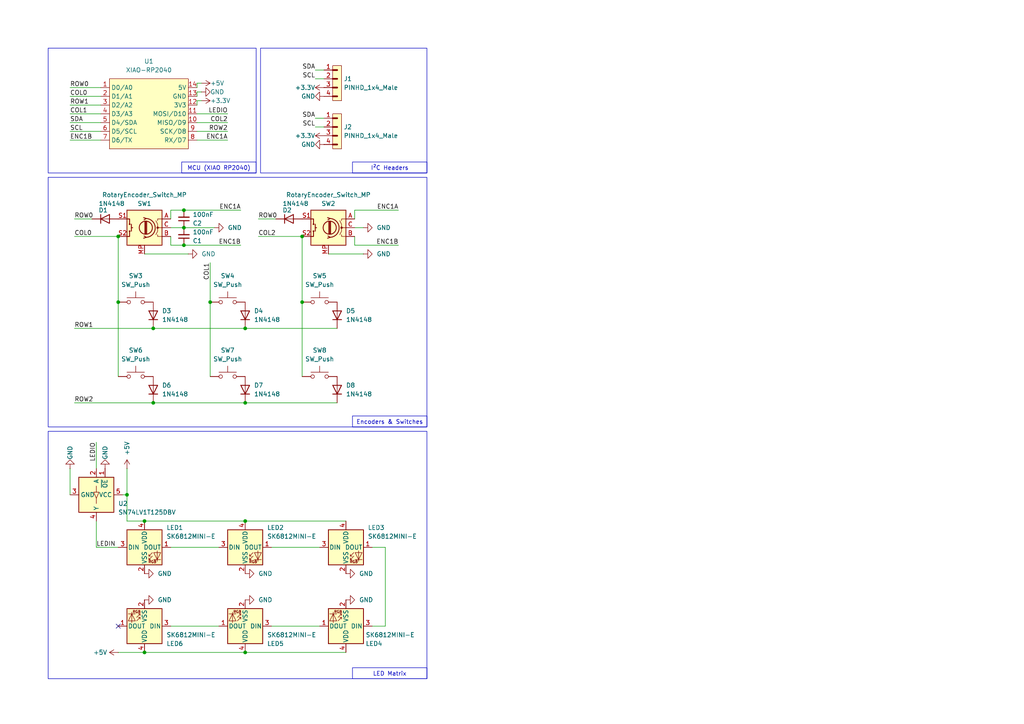
<source format=kicad_sch>
(kicad_sch (version 20250114) (generator "eeschema") (generator_version "9.0")
  (paper "A4")
  (title_block (title "LK7D") (date "2025-04-08") (rev "v1.01") (company "LambdaKB.dev") (comment 1 "https://lambdakb.dev/devices/lk7d"))
  (lib_symbols
    (symbol "Device:C_Small" (pin_numbers (hide yes)) (pin_names (offset 0.254) (hide yes))
      (property "Reference" "C" (at 0.254 1.778 0))
      (property "Value" "C_Small" (at 0.254 -2.032 0))
      (symbol "C_Small_0_1"
        (polyline (pts (xy -1.524 0.508) (xy 1.524 0.508)) (stroke (width 0.3048)))
        (polyline (pts (xy -1.524 -0.508) (xy 1.524 -0.508)) (stroke (width 0.3302)))
      )
      (symbol "C_Small_1_1"
        (pin passive line (at 0 2.54 270) (length 2.032) (name "~") (number "1"))
        (pin passive line (at 0 -2.54 90) (length 2.032) (name "~") (number "2"))
      )
    )
    (symbol "Device:RotaryEncoder_Switch_MP" (pin_names (offset 0.254) (hide yes))
      (property "Reference" "SW" (at 0 8.89 0))
      (property "Value" "RotaryEncoder_Switch_MP" (at 0 6.35 0))
      (symbol "RotaryEncoder_Switch_MP_0_1"
        (rectangle (start -5.08 5.08) (end 5.08 -5.08) (stroke (width 0.254)) (fill (type background)))
        (polyline (pts (xy -5.08 2.54) (xy -3.81 2.54) (xy -3.81 2.032)))
        (polyline (pts (xy -5.08 0) (xy -3.81 0) (xy -3.81 -1.016) (xy -3.302 -2.032)))
        (polyline (pts (xy -5.08 -2.54) (xy -3.81 -2.54) (xy -3.81 -2.032)))
        (polyline (pts (xy -4.318 0) (xy -3.81 0) (xy -3.81 1.016) (xy -3.302 2.032)))
        (circle (center -3.81 0) (radius 0.254) (fill (type outline)))
        (polyline (pts (xy -0.635 -1.778) (xy -0.635 1.778)) (stroke (width 0.254)))
        (circle (center -0.381 0) (radius 1.905) (stroke (width 0.254)))
        (polyline (pts (xy -0.381 -1.778) (xy -0.381 1.778)) (stroke (width 0.254)))
        (arc (start -0.381 -2.794) (mid -3.0988 -0.0635) (end -0.381 2.667) (stroke (width 0.254)))
        (polyline (pts (xy -0.127 1.778) (xy -0.127 -1.778)) (stroke (width 0.254)))
        (polyline (pts (xy 0.254 2.921) (xy -0.508 2.667) (xy 0.127 2.286)) (stroke (width 0.254)))
        (polyline (pts (xy 0.254 -3.048) (xy -0.508 -2.794) (xy 0.127 -2.413)) (stroke (width 0.254)))
        (polyline (pts (xy 3.81 1.016) (xy 3.81 -1.016)) (stroke (width 0.254)))
        (polyline (pts (xy 3.81 0) (xy 3.429 0)) (stroke (width 0.254)))
        (circle (center 4.318 1.016) (radius 0.127) (stroke (width 0.254)))
        (circle (center 4.318 -1.016) (radius 0.127) (stroke (width 0.254)))
        (polyline (pts (xy 5.08 2.54) (xy 4.318 2.54) (xy 4.318 1.016)) (stroke (width 0.254)))
        (polyline (pts (xy 5.08 -2.54) (xy 4.318 -2.54) (xy 4.318 -1.016)) (stroke (width 0.254)))
      )
      (symbol "RotaryEncoder_Switch_MP_1_1"
        (pin passive line (at -7.62 2.54 0) (length 2.54) (name "A") (number "A"))
        (pin passive line (at -7.62 0 0) (length 2.54) (name "C") (number "C"))
        (pin passive line (at -7.62 -2.54 0) (length 2.54) (name "B") (number "B"))
        (pin passive line (at 0 -7.62 90) (length 2.54) (name "MP") (number "MP"))
        (pin passive line (at 7.62 2.54 180) (length 2.54) (name "S1") (number "S1"))
        (pin passive line (at 7.62 -2.54 180) (length 2.54) (name "S2") (number "S2"))
      )
    )
    (symbol "Diode:1N4148" (pin_numbers (hide yes)) (pin_names (hide yes))
      (property "Reference" "D" (at 0 2.54 0))
      (property "Value" "1N4148" (at 0 -2.54 0))
      (symbol "1N4148_0_1"
        (polyline (pts (xy -1.27 1.27) (xy -1.27 -1.27)) (stroke (width 0.254)))
        (polyline (pts (xy 1.27 1.27) (xy 1.27 -1.27) (xy -1.27 0) (xy 1.27 1.27)) (stroke (width 0.254)))
        (polyline (pts (xy 1.27 0) (xy -1.27 0)))
      )
      (symbol "1N4148_1_1"
        (pin passive line (at -3.81 0 0) (length 2.54) (name "K") (number "1"))
        (pin passive line (at 3.81 0 180) (length 2.54) (name "A") (number "2"))
      )
    )
    (symbol "LED:SK6812MINI" (pin_names (offset 0.254))
      (property "Reference" "D" (at 5.08 5.715 0))
      (property "Value" "SK6812MINI" (at 1.27 -5.715 0))
      (symbol "SK6812MINI_0_0"
        (text "RGB" (at 2.286 -4.191 0) (effects (font (size 0.762 0.762))))
      )
      (symbol "SK6812MINI_0_1"
        (polyline (pts (xy 1.27 -2.54) (xy 1.778 -2.54)))
        (polyline (pts (xy 1.27 -3.556) (xy 1.778 -3.556)))
        (polyline (pts (xy 2.286 -1.524) (xy 1.27 -2.54) (xy 1.27 -2.032)))
        (polyline (pts (xy 2.286 -2.54) (xy 1.27 -3.556) (xy 1.27 -3.048)))
        (polyline (pts (xy 3.683 -1.016) (xy 3.683 -3.556) (xy 3.683 -4.064)))
        (polyline (pts (xy 4.699 -1.524) (xy 2.667 -1.524) (xy 3.683 -3.556) (xy 4.699 -1.524)))
        (polyline (pts (xy 4.699 -3.556) (xy 2.667 -3.556)))
        (rectangle (start 5.08 5.08) (end -5.08 -5.08) (stroke (width 0.254)) (fill (type background)))
      )
      (symbol "SK6812MINI_1_1"
        (pin input line (at -7.62 0 0) (length 2.54) (name "DIN") (number "3"))
        (pin power_in line (at 0 7.62 270) (length 2.54) (name "VDD") (number "4"))
        (pin power_in line (at 0 -7.62 90) (length 2.54) (name "VSS") (number "2"))
        (pin output line (at 7.62 0 180) (length 2.54) (name "DOUT") (number "1"))
      )
    )
    (symbol "LKBD_MCU:XIAO-RP2040"
      (property "Reference" "U" (at 0 12.446 0))
      (property "Value" "XIAO-RP2040" (at 0 -12.446 0))
      (symbol "XIAO-RP2040_0_1"
        (rectangle (start -11.43 10.16) (end 11.43 -10.16) (fill (type background)))
      )
      (symbol "XIAO-RP2040_1_1"
        (pin bidirectional line (at -13.97 7.62 0) (length 2.54) (name "D0/A0") (number "1"))
        (pin bidirectional line (at -13.97 5.08 0) (length 2.54) (name "D1/A1") (number "2"))
        (pin bidirectional line (at -13.97 2.54 0) (length 2.54) (name "D2/A2") (number "3"))
        (pin bidirectional line (at -13.97 0 0) (length 2.54) (name "D3/A3") (number "4"))
        (pin bidirectional line (at -13.97 -2.54 0) (length 2.54) (name "D4/SDA") (number "5"))
        (pin bidirectional line (at -13.97 -5.08 0) (length 2.54) (name "D5/SCL") (number "6"))
        (pin bidirectional line (at -13.97 -7.62 0) (length 2.54) (name "D6/TX") (number "7"))
        (pin power_in line (at 13.97 7.62 180) (length 2.54) (name "5V") (number "14"))
        (pin power_in line (at 13.97 5.08 180) (length 2.54) (name "GND") (number "13"))
        (pin power_in line (at 13.97 2.54 180) (length 2.54) (name "3V3") (number "12"))
        (pin bidirectional line (at 13.97 0 180) (length 2.54) (name "MOSI/D10") (number "11"))
        (pin bidirectional line (at 13.97 -2.54 180) (length 2.54) (name "MISO/D9") (number "10"))
        (pin bidirectional line (at 13.97 -5.08 180) (length 2.54) (name "SCK/D8") (number "9"))
        (pin bidirectional line (at 13.97 -7.62 180) (length 2.54) (name "RX/D7") (number "8"))
      )
    )
    (symbol "Logic_LevelTranslator:SN74LV1T125DBV"
      (property "Reference" "U" (at 5.08 6.35 0))
      (property "Value" "SN74LV1T125DBV" (at 5.08 3.81 0))
      (symbol "SN74LV1T125DBV_0_1"
        (rectangle (start -5.08 5.08) (end 5.08 -5.08) (stroke (width 0.254)) (fill (type background)))
        (polyline (pts (xy -0.762 0) (xy -2.54 0)))
        (polyline (pts (xy 1.016 0) (xy 2.54 0)))
      )
      (symbol "SN74LV1T125DBV_1_1"
        (polyline (pts (xy -0.762 -0.762) (xy -0.762 0.762) (xy 1.016 0) (xy -0.762 -0.762)))
        (pin input line (at -7.62 2.54 0) (length 2.54) (name "~{OE}") (number "1"))
        (pin input line (at -7.62 0 0) (length 2.54) (name "A") (number "2"))
        (pin power_in line (at 0 7.62 270) (length 2.54) (name "VCC") (number "5"))
        (pin power_in line (at 0 -7.62 90) (length 2.54) (name "GND") (number "3"))
        (pin output line (at 7.62 0 180) (length 2.54) (name "Y") (number "4"))
      )
    )
    (symbol "PCM_SL_Pin_Headers:PINHD_1x4_Male"
      (property "Reference" "J" (at 0 8.89 0))
      (property "Value" "PINHD_1x4_Male" (at 0 6.35 0))
      (symbol "PINHD_1x4_Male_0_1"
        (rectangle (start -1.27 5.08) (end 1.27 -5.08) (fill (type background)))
        (polyline (pts (xy -1.27 3.81) (xy 0 3.81)) (stroke (width 0.3)))
        (polyline (pts (xy -1.27 3.81) (xy 0 3.81)) (stroke (width 0.5)))
        (polyline (pts (xy -1.27 1.27) (xy 0 1.27)) (stroke (width 0.3)))
        (polyline (pts (xy -1.27 1.27) (xy 0 1.27)) (stroke (width 0.5)))
        (polyline (pts (xy -1.27 -1.27) (xy 0 -1.27)) (stroke (width 0.3)))
        (polyline (pts (xy -1.27 -1.27) (xy 0 -1.27)) (stroke (width 0.5)))
        (polyline (pts (xy -1.27 -3.81) (xy 0 -3.81)) (stroke (width 0.3)))
        (polyline (pts (xy -1.27 -3.81) (xy 0 -3.81)) (stroke (width 0.5)))
      )
      (symbol "PINHD_1x4_Male_1_1"
        (pin passive line (at -3.81 3.81 0) (length 2.54) (name "") (number "1"))
        (pin passive line (at -3.81 1.27 0) (length 2.54) (name "") (number "2"))
        (pin passive line (at -3.81 -1.27 0) (length 2.54) (name "") (number "3"))
        (pin passive line (at -3.81 -3.81 0) (length 2.54) (name "") (number "4"))
      )
    )
    (symbol "Switch:SW_Push" (pin_numbers (hide yes)) (pin_names (offset 1.016) (hide yes))
      (property "Reference" "SW" (at 1.27 2.54 0))
      (property "Value" "SW_Push" (at 0 -1.524 0))
      (symbol "SW_Push_0_1"
        (circle (center -2.032 0) (radius 0.508))
        (polyline (pts (xy 0 1.27) (xy 0 3.048)))
        (circle (center 2.032 0) (radius 0.508))
        (polyline (pts (xy 2.54 1.27) (xy -2.54 1.27)))
        (pin passive line (at -5.08 0 0) (length 2.54) (name "1") (number "1"))
        (pin passive line (at 5.08 0 180) (length 2.54) (name "2") (number "2"))
      )
    )
    (symbol "power:+3.3V" (power) (pin_numbers (hide yes)) (pin_names (offset 0) (hide yes))
      (property "Value" "+3.3V" (at 0 3.556 0))
      (symbol "+3.3V_0_1"
        (polyline (pts (xy -0.762 1.27) (xy 0 2.54)))
        (polyline (pts (xy 0 2.54) (xy 0.762 1.27)))
        (polyline (pts (xy 0 0) (xy 0 2.54)))
      )
      (symbol "+3.3V_1_1"
        (pin power_in line (at 0 0 90) (length 0) (name "~") (number "1"))
      )
    )
    (symbol "power:+5V" (power) (pin_numbers (hide yes)) (pin_names (offset 0) (hide yes))
      (property "Value" "+5V" (at 0 3.556 0))
      (symbol "+5V_0_1"
        (polyline (pts (xy -0.762 1.27) (xy 0 2.54)))
        (polyline (pts (xy 0 2.54) (xy 0.762 1.27)))
        (polyline (pts (xy 0 0) (xy 0 2.54)))
      )
      (symbol "+5V_1_1"
        (pin power_in line (at 0 0 90) (length 0) (name "~") (number "1"))
      )
    )
    (symbol "power:GND" (power) (pin_numbers (hide yes)) (pin_names (offset 0) (hide yes))
      (property "Value" "GND" (at 0 -3.81 0))
      (symbol "GND_0_1"
        (polyline (pts (xy 0 0) (xy 0 -1.27) (xy 1.27 -1.27) (xy 0 -2.54) (xy -1.27 -1.27) (xy 0 -1.27)))
      )
      (symbol "GND_1_1"
        (pin power_in line (at 0 0 270) (length 0) (name "~") (number "1"))
      )
    )
  )
  (rectangle (start 75.565 13.97) (end 123.825 50.165))
  (rectangle (start 13.97 125.095) (end 123.825 196.85))
  (rectangle (start 52.705 46.99) (end 74.295 50.165))
  (rectangle (start 13.97 51.435) (end 123.825 123.825))
  (rectangle (start 102.235 46.99) (end 123.825 50.165))
  (rectangle (start 102.235 120.65) (end 123.825 123.825))
  (rectangle (start 13.97 13.97) (end 74.295 50.165))
  (rectangle (start 102.235 193.675) (end 123.825 196.85))
  (text "LED Matrix" (at 113.03 195.58 0) (effects (font (size 1.2 1.2))))
  (text "MCU (XIAO RP2040)\n" (at 63.5 48.895 0) (effects (font (size 1.2 1.2))))
  (text "I²C Headers" (at 113.03 48.895 0) (effects (font (size 1.2 1.2))))
  (text "Encoders & Switches" (at 113.03 122.555 0) (effects (font (size 1.2 1.2))))
  (junction (at 87.63 87.63))
  (junction (at 71.12 151.13))
  (junction (at 53.34 71.12))
  (junction (at 34.29 87.63))
  (junction (at 60.96 87.63))
  (junction (at 87.63 68.58))
  (junction (at 41.91 189.23))
  (junction (at 71.12 95.25))
  (junction (at 41.91 151.13))
  (junction (at 53.34 60.96))
  (junction (at 53.34 66.04))
  (junction (at 44.45 116.84))
  (junction (at 71.12 116.84))
  (junction (at 36.83 143.51))
  (junction (at 44.45 95.25))
  (junction (at 34.29 68.58))
  (junction (at 71.12 189.23))
  (no_connect (at 34.29 181.61))
  (wire (pts (xy 20.32 30.48) (xy 29.21 30.48)))
  (wire (pts (xy 36.83 143.51) (xy 36.83 151.13)))
  (wire (pts (xy 66.04 35.56) (xy 57.15 35.56)))
  (wire (pts (xy 102.87 66.04) (xy 105.41 66.04)))
  (wire (pts (xy 58.42 26.67) (xy 57.15 26.67)))
  (wire (pts (xy 49.53 181.61) (xy 63.5 181.61)))
  (wire (pts (xy 49.53 66.04) (xy 53.34 66.04)))
  (wire (pts (xy 91.44 20.32) (xy 93.98 20.32)))
  (wire (pts (xy 49.53 63.5) (xy 49.53 60.96)))
  (wire (pts (xy 58.42 29.21) (xy 57.15 29.21)))
  (wire (pts (xy 36.83 135.89) (xy 36.83 143.51)))
  (wire (pts (xy 60.96 87.63) (xy 60.96 109.22)))
  (wire (pts (xy 102.87 71.12) (xy 115.57 71.12)))
  (wire (pts (xy 49.53 158.75) (xy 63.5 158.75)))
  (wire (pts (xy 57.15 24.13) (xy 57.15 25.4)))
  (wire (pts (xy 111.76 181.61) (xy 107.95 181.61)))
  (wire (pts (xy 20.32 135.89) (xy 20.32 143.51)))
  (wire (pts (xy 49.53 71.12) (xy 49.53 68.58)))
  (wire (pts (xy 53.34 71.12) (xy 69.85 71.12)))
  (wire (pts (xy 102.87 71.12) (xy 102.87 68.58)))
  (wire (pts (xy 91.44 36.83) (xy 93.98 36.83)))
  (wire (pts (xy 44.45 116.84) (xy 71.12 116.84)))
  (wire (pts (xy 53.34 66.04) (xy 62.23 66.04)))
  (wire (pts (xy 27.94 128.27) (xy 27.94 135.89)))
  (wire (pts (xy 20.32 40.64) (xy 29.21 40.64)))
  (wire (pts (xy 21.59 68.58) (xy 34.29 68.58)))
  (wire (pts (xy 87.63 87.63) (xy 87.63 109.22)))
  (wire (pts (xy 20.32 35.56) (xy 29.21 35.56)))
  (wire (pts (xy 91.44 34.29) (xy 93.98 34.29)))
  (wire (pts (xy 34.29 189.23) (xy 41.91 189.23)))
  (wire (pts (xy 71.12 116.84) (xy 97.79 116.84)))
  (wire (pts (xy 111.76 158.75) (xy 111.76 181.61)))
  (wire (pts (xy 71.12 189.23) (xy 100.33 189.23)))
  (wire (pts (xy 21.59 95.25) (xy 44.45 95.25)))
  (wire (pts (xy 58.42 24.13) (xy 57.15 24.13)))
  (wire (pts (xy 41.91 189.23) (xy 71.12 189.23)))
  (wire (pts (xy 87.63 68.58) (xy 87.63 87.63)))
  (wire (pts (xy 36.83 151.13) (xy 41.91 151.13)))
  (wire (pts (xy 20.32 27.94) (xy 29.21 27.94)))
  (wire (pts (xy 66.04 33.02) (xy 57.15 33.02)))
  (wire (pts (xy 71.12 151.13) (xy 100.33 151.13)))
  (wire (pts (xy 66.04 40.64) (xy 57.15 40.64)))
  (wire (pts (xy 91.44 22.86) (xy 93.98 22.86)))
  (wire (pts (xy 66.04 38.1) (xy 57.15 38.1)))
  (wire (pts (xy 57.15 29.21) (xy 57.15 30.48)))
  (wire (pts (xy 34.29 87.63) (xy 34.29 109.22)))
  (wire (pts (xy 21.59 63.5) (xy 26.67 63.5)))
  (wire (pts (xy 41.91 151.13) (xy 71.12 151.13)))
  (wire (pts (xy 27.94 158.75) (xy 34.29 158.75)))
  (wire (pts (xy 53.34 60.96) (xy 69.85 60.96)))
  (wire (pts (xy 102.87 63.5) (xy 102.87 60.96)))
  (wire (pts (xy 74.93 63.5) (xy 80.01 63.5)))
  (wire (pts (xy 78.74 158.75) (xy 92.71 158.75)))
  (wire (pts (xy 95.25 73.66) (xy 105.41 73.66)))
  (wire (pts (xy 111.76 158.75) (xy 107.95 158.75)))
  (wire (pts (xy 57.15 26.67) (xy 57.15 27.94)))
  (wire (pts (xy 20.32 33.02) (xy 29.21 33.02)))
  (wire (pts (xy 78.74 181.61) (xy 92.71 181.61)))
  (wire (pts (xy 27.94 158.75) (xy 27.94 151.13)))
  (wire (pts (xy 20.32 25.4) (xy 29.21 25.4)))
  (wire (pts (xy 36.83 143.51) (xy 35.56 143.51)))
  (wire (pts (xy 49.53 60.96) (xy 53.34 60.96)))
  (wire (pts (xy 102.87 60.96) (xy 115.57 60.96)))
  (wire (pts (xy 20.32 38.1) (xy 29.21 38.1)))
  (wire (pts (xy 60.96 76.2) (xy 60.96 87.63)))
  (wire (pts (xy 49.53 71.12) (xy 53.34 71.12)))
  (wire (pts (xy 41.91 73.66) (xy 54.61 73.66)))
  (wire (pts (xy 34.29 68.58) (xy 34.29 87.63)))
  (wire (pts (xy 44.45 95.25) (xy 71.12 95.25)))
  (wire (pts (xy 21.59 116.84) (xy 44.45 116.84)))
  (wire (pts (xy 74.93 68.58) (xy 87.63 68.58)))
  (wire (pts (xy 71.12 95.25) (xy 97.79 95.25)))
  (label "COL2" (at 66.04 35.56 180))
  (label "LEDIO" (at 66.04 33.02 180))
  (label "ENC1A" (at 69.85 60.96 180))
  (label "ROW1" (at 20.32 30.48 0))
  (label "SDA" (at 91.44 34.29 180))
  (label "ENC1A" (at 66.04 40.64 180))
  (label "ENC1B" (at 20.32 40.64 0))
  (label "ENC1B" (at 69.85 71.12 180))
  (label "COL1" (at 20.32 33.02 0))
  (label "SDA" (at 91.44 20.32 180))
  (label "ROW0" (at 74.93 63.5 0))
  (label "ENC1B" (at 115.57 71.12 180))
  (label "SCL" (at 91.44 22.86 180))
  (label "ROW2" (at 66.04 38.1 180))
  (label "COL2" (at 74.93 68.58 0))
  (label "COL1" (at 60.96 76.2 270))
  (label "ROW0" (at 20.32 25.4 0))
  (label "COL0" (at 20.32 27.94 0))
  (label "ROW1" (at 21.59 95.25 0))
  (label "COL0" (at 21.59 68.58 0))
  (label "ROW0" (at 21.59 63.5 0))
  (label "SDA" (at 20.32 35.56 0))
  (label "ENC1A" (at 115.57 60.96 180))
  (label "SCL" (at 91.44 36.83 180))
  (label "SCL" (at 20.32 38.1 0))
  (label "ROW2" (at 21.59 116.84 0))
  (label "LEDIN" (at 27.94 158.75 0))
  (label "LEDIO" (at 27.94 128.27 270))
  (symbol (lib_id "LED:SK6812MINI") (at 71.12 181.61 180) (unit 1)
    (property "Reference" "LED5" (at 77.47 186.69 0) (effects (justify right)))
    (property "Value" "SK6812MINI-E" (at 77.47 184.15 0) (effects (justify right)))
    (property "Footprint" "LKBD_Common:LED_SK6812MINI-E" (effects (hide yes)))
    (property "Datasheet" "https://cdn-shop.adafruit.com/product-files/2686/SK6812MINI_REV.01-1-2.pdf" (effects (hide yes)))
    (property "Description" "RGB LED with integrated controller" (effects (hide yes)))
    (property "JLC" "SMD" (effects (hide yes)))
    (property "LCSC" "C5149201" (effects (hide yes)))
  )
  (symbol (lib_id "Device:C_Small") (at 53.34 63.5 0) (mirror x) (unit 1)
    (property "Reference" "C2" (at 55.88 64.77 0) (effects (justify left)))
    (property "Value" "100nF" (at 55.88 62.23 0) (effects (justify left)))
    (property "Footprint" "Capacitor_SMD:C_1206_3216Metric_Pad1.33x1.80mm_HandSolder" (effects (hide yes)))
    (property "Description" "Unpolarized capacitor, small symbol" (effects (hide yes)))
    (property "LCSC" "C24497" (effects (hide yes)))
    (property "JLC" "1206" (effects (hide yes)))
  )
  (symbol (lib_id "Diode:1N4148") (at 44.45 91.44 90) (unit 1)
    (property "Reference" "D3" (at 46.99 90.1699 90) (effects (justify right)))
    (property "Value" "1N4148" (at 46.99 92.7099 90) (effects (justify right)))
    (property "Footprint" "Diode_SMD:D_SOD-123" (effects (hide yes)))
    (property "Datasheet" "https://assets.nexperia.com/documents/data-sheet/1N4148_1N4448.pdf" (effects (hide yes)))
    (property "Description" "100V 0.15A standard switching diode, DO-35" (effects (hide yes)))
    (property "Sim.Device" "D" (effects (hide yes)))
    (property "Sim.Pins" "1=K 2=A" (effects (hide yes)))
    (property "LCSC" "C81598" (effects (hide yes)))
    (property "JLC" "SOD-323" (effects (hide yes)))
  )
  (symbol (lib_id "power:+3.3V") (at 93.98 39.37 90) (unit 1)
    (property "Reference" "#PWR012" (effects (hide yes)))
    (property "Value" "+3.3V" (at 91.44 39.37 90) (effects (justify left)))
    (property "Description" "Power symbol creates a global label with name \"+3.3V\"" (effects (hide yes)))
  )
  (symbol (lib_id "power:+3.3V") (at 93.98 25.4 90) (unit 1)
    (property "Reference" "#PWR010" (effects (hide yes)))
    (property "Value" "+3.3V" (at 91.44 25.4 90) (effects (justify left)))
    (property "Description" "Power symbol creates a global label with name \"+3.3V\"" (effects (hide yes)))
  )
  (symbol (lib_id "LED:SK6812MINI") (at 41.91 181.61 180) (unit 1)
    (property "Reference" "LED6" (at 48.26 186.69 0) (effects (justify right)))
    (property "Value" "SK6812MINI-E" (at 48.26 184.15 0) (effects (justify right)))
    (property "Footprint" "LKBD_Common:LED_SK6812MINI-E" (effects (hide yes)))
    (property "Datasheet" "https://cdn-shop.adafruit.com/product-files/2686/SK6812MINI_REV.01-1-2.pdf" (effects (hide yes)))
    (property "Description" "RGB LED with integrated controller" (effects (hide yes)))
    (property "JLC" "SMD" (effects (hide yes)))
    (property "LCSC" "C5149201" (effects (hide yes)))
  )
  (symbol (lib_id "power:GND") (at 41.91 166.37 90) (mirror x) (unit 1)
    (property "Reference" "#PWR017" (effects (hide yes)))
    (property "Value" "GND" (at 45.72 166.37 90) (effects (justify right)))
    (property "Description" "Power symbol creates a global label with name \"GND\" , ground" (effects (hide yes)))
  )
  (symbol (lib_id "Diode:1N4148") (at 44.45 113.03 90) (unit 1)
    (property "Reference" "D6" (at 46.99 111.7599 90) (effects (justify right)))
    (property "Value" "1N4148" (at 46.99 114.2999 90) (effects (justify right)))
    (property "Footprint" "Diode_SMD:D_SOD-123" (effects (hide yes)))
    (property "Datasheet" "https://assets.nexperia.com/documents/data-sheet/1N4148_1N4448.pdf" (effects (hide yes)))
    (property "Description" "100V 0.15A standard switching diode, DO-35" (effects (hide yes)))
    (property "Sim.Device" "D" (effects (hide yes)))
    (property "Sim.Pins" "1=K 2=A" (effects (hide yes)))
    (property "LCSC" "C81598" (effects (hide yes)))
    (property "JLC" "SOD-323" (effects (hide yes)))
  )
  (symbol (lib_id "power:+5V") (at 36.83 135.89 0) (unit 1)
    (property "Reference" "#PWR06" (effects (hide yes)))
    (property "Value" "+5V" (at 36.8301 132.08 90) (effects (justify left)))
    (property "Description" "Power symbol creates a global label with name \"+5V\"" (effects (hide yes)))
  )
  (symbol (lib_id "Logic_LevelTranslator:SN74LV1T125DBV") (at 27.94 143.51 270) (unit 1)
    (property "Reference" "U2" (at 34.29 146.05 90) (effects (justify left)))
    (property "Value" "SN74LV1T125DBV" (at 34.29 148.59 90) (effects (justify left)))
    (property "Footprint" "Package_TO_SOT_SMD:SOT-23-5" (effects (hide yes)))
    (property "Datasheet" "https://www.ti.com/lit/ds/symlink/sn74lv1t125.pdf" (effects (hide yes)))
    (property "Description" "Single Power Supply, Single Buffer Gate with 3-State Output, CMOS Logic Level Shifter Level Shifter, SOT-23-5" (effects (hide yes)))
  )
  (symbol (lib_id "power:GND") (at 100.33 166.37 90) (mirror x) (unit 1)
    (property "Reference" "#PWR019" (effects (hide yes)))
    (property "Value" "GND" (at 104.14 166.37 90) (effects (justify right)))
    (property "Description" "Power symbol creates a global label with name \"GND\" , ground" (effects (hide yes)))
  )
  (symbol (lib_id "Diode:1N4148") (at 71.12 91.44 90) (unit 1)
    (property "Reference" "D4" (at 73.66 90.1699 90) (effects (justify right)))
    (property "Value" "1N4148" (at 73.66 92.7099 90) (effects (justify right)))
    (property "Footprint" "Diode_SMD:D_SOD-123" (effects (hide yes)))
    (property "Datasheet" "https://assets.nexperia.com/documents/data-sheet/1N4148_1N4448.pdf" (effects (hide yes)))
    (property "Description" "100V 0.15A standard switching diode, DO-35" (effects (hide yes)))
    (property "Sim.Device" "D" (effects (hide yes)))
    (property "Sim.Pins" "1=K 2=A" (effects (hide yes)))
    (property "LCSC" "C81598" (effects (hide yes)))
    (property "JLC" "SOD-323" (effects (hide yes)))
  )
  (symbol (lib_id "power:GND") (at 62.23 66.04 90) (mirror x) (unit 1)
    (property "Reference" "#PWR013" (effects (hide yes)))
    (property "Value" "GND" (at 66.04 66.0401 90) (effects (justify right)))
    (property "Description" "Power symbol creates a global label with name \"GND\" , ground" (effects (hide yes)))
  )
  (symbol (lib_id "PCM_SL_Pin_Headers:PINHD_1x4_Male") (at 97.79 38.1 0) (unit 1)
    (property "Reference" "J2" (at 99.695 36.8299 0) (effects (justify left)))
    (property "Value" "PINHD_1x4_Male" (at 99.695 39.3699 0) (effects (justify left)))
    (property "Footprint" "Connector_PinHeader_2.54mm:PinHeader_1x04_P2.54mm_Vertical" (effects (hide yes)))
    (property "Description" "Pin Header male with pin space 2.54mm. Pin Count -4" (effects (hide yes)))
  )
  (symbol (lib_id "Diode:1N4148") (at 30.48 63.5 0) (unit 1)
    (property "Reference" "D1" (at 28.575 60.96 0) (effects (justify left)))
    (property "Value" "1N4148" (at 28.575 59.055 0) (effects (justify left)))
    (property "Footprint" "Diode_SMD:D_SOD-123" (effects (hide yes)))
    (property "Datasheet" "https://assets.nexperia.com/documents/data-sheet/1N4148_1N4448.pdf" (effects (hide yes)))
    (property "Description" "100V 0.15A standard switching diode, DO-35" (effects (hide yes)))
    (property "Sim.Device" "D" (effects (hide yes)))
    (property "Sim.Pins" "1=K 2=A" (effects (hide yes)))
    (property "LCSC" "C81598" (effects (hide yes)))
    (property "JLC" "SOD-323" (effects (hide yes)))
  )
  (symbol (lib_id "power:GND") (at 30.48 135.89 180) (unit 1)
    (property "Reference" "#PWR0134" (effects (hide yes)))
    (property "Value" "GND" (at 30.48 133.35 90) (effects (justify right)))
    (property "Description" "Power symbol creates a global label with name \"GND\" , ground" (effects (hide yes)))
  )
  (symbol (lib_id "power:GND") (at 93.98 41.91 270) (unit 1)
    (property "Reference" "#PWR014" (effects (hide yes)))
    (property "Value" "GND" (at 91.44 41.91 90) (effects (justify right)))
    (property "Description" "Power symbol creates a global label with name \"GND\" , ground" (effects (hide yes)))
  )
  (symbol (lib_id "power:+5V") (at 58.42 24.13 270) (unit 1)
    (property "Reference" "#PWR01" (effects (hide yes)))
    (property "Value" "+5V" (at 60.96 24.13 90) (effects (justify left)))
    (property "Description" "Power symbol creates a global label with name \"+5V\"" (effects (hide yes)))
  )
  (symbol (lib_id "power:GND") (at 58.42 26.67 90) (unit 1)
    (property "Reference" "#PWR04" (effects (hide yes)))
    (property "Value" "GND" (at 60.96 26.67 90) (effects (justify right)))
    (property "Description" "Power symbol creates a global label with name \"GND\" , ground" (effects (hide yes)))
  )
  (symbol (lib_id "Device:RotaryEncoder_Switch_MP") (at 95.25 66.04 0) (mirror y) (unit 1)
    (property "Reference" "SW2" (at 95.25 59.055 0))
    (property "Value" "RotaryEncoder_Switch_MP" (at 95.25 56.515 0))
    (property "Footprint" "LKBD_KeySwitch:EC11_THT_sqSilk" (effects (hide yes)))
    (property "Description" "Rotary encoder, dual channel, incremental quadrate outputs, with switch and MP Pin" (effects (hide yes)))
  )
  (symbol (lib_id "LKBD_MCU:XIAO-RP2040") (at 43.18 33.02 0) (unit 1)
    (property "Reference" "U1" (at 43.18 17.78 0))
    (property "Value" "XIAO-RP2040" (at 43.18 20.32 0))
    (property "Footprint" "LKBD_MCU:MCU_XIAO-RP2040" (effects (hide yes)))
    (property "Datasheet" "https://wiki.seeedstudio.com/XIAO-RP2040/" (effects (hide yes)))
  )
  (symbol (lib_id "Switch:SW_Push") (at 39.37 87.63 0) (unit 1)
    (property "Reference" "SW3" (at 39.37 80.01 0))
    (property "Value" "SW_Push" (at 39.37 82.55 0))
    (property "Footprint" "LKBD_KeySwitch:SW_MX_HotSwap_sqSilk" (effects (hide yes)))
    (property "Description" "Push button switch, generic, two pins" (effects (hide yes)))
    (property "JLC" "SMD" (effects (hide yes)))
    (property "LCSC" "C2803348" (effects (hide yes)))
  )
  (symbol (lib_id "power:GND") (at 93.98 27.94 270) (unit 1)
    (property "Reference" "#PWR011" (effects (hide yes)))
    (property "Value" "GND" (at 91.44 27.94 90) (effects (justify right)))
    (property "Description" "Power symbol creates a global label with name \"GND\" , ground" (effects (hide yes)))
  )
  (symbol (lib_id "power:GND") (at 105.41 66.04 90) (mirror x) (unit 1)
    (property "Reference" "#PWR016" (effects (hide yes)))
    (property "Value" "GND" (at 109.22 66.0401 90) (effects (justify right)))
    (property "Description" "Power symbol creates a global label with name \"GND\" , ground" (effects (hide yes)))
  )
  (symbol (lib_id "LED:SK6812MINI") (at 71.12 158.75 0) (unit 1)
    (property "Reference" "LED2" (at 77.47 153.035 0) (effects (justify left)))
    (property "Value" "SK6812MINI-E" (at 77.47 155.575 0) (effects (justify left)))
    (property "Footprint" "LKBD_Common:LED_SK6812MINI-E" (effects (hide yes)))
    (property "Datasheet" "https://cdn-shop.adafruit.com/product-files/2686/SK6812MINI_REV.01-1-2.pdf" (effects (hide yes)))
    (property "Description" "RGB LED with integrated controller" (effects (hide yes)))
    (property "JLC" "SMD" (effects (hide yes)))
    (property "LCSC" "C5149201" (effects (hide yes)))
  )
  (symbol (lib_id "power:+3.3V") (at 58.42 29.21 270) (unit 1)
    (property "Reference" "#PWR05" (effects (hide yes)))
    (property "Value" "+3.3V" (at 60.96 29.21 90) (effects (justify left)))
    (property "Description" "Power symbol creates a global label with name \"+3.3V\"" (effects (hide yes)))
  )
  (symbol (lib_id "Diode:1N4148") (at 83.82 63.5 0) (unit 1)
    (property "Reference" "D2" (at 81.915 60.96 0) (effects (justify left)))
    (property "Value" "1N4148" (at 81.915 59.055 0) (effects (justify left)))
    (property "Footprint" "Diode_SMD:D_SOD-123" (effects (hide yes)))
    (property "Datasheet" "https://assets.nexperia.com/documents/data-sheet/1N4148_1N4448.pdf" (effects (hide yes)))
    (property "Description" "100V 0.15A standard switching diode, DO-35" (effects (hide yes)))
    (property "Sim.Device" "D" (effects (hide yes)))
    (property "Sim.Pins" "1=K 2=A" (effects (hide yes)))
    (property "LCSC" "C81598" (effects (hide yes)))
    (property "JLC" "SOD-323" (effects (hide yes)))
  )
  (symbol (lib_id "Switch:SW_Push") (at 92.71 109.22 0) (unit 1)
    (property "Reference" "SW8" (at 92.71 101.6 0))
    (property "Value" "SW_Push" (at 92.71 104.14 0))
    (property "Footprint" "LKBD_KeySwitch:SW_MX_HotSwap_sqSilk" (effects (hide yes)))
    (property "Description" "Push button switch, generic, two pins" (effects (hide yes)))
    (property "JLC" "SMD" (effects (hide yes)))
    (property "LCSC" "C2803348" (effects (hide yes)))
  )
  (symbol (lib_id "LED:SK6812MINI") (at 100.33 158.75 0) (unit 1)
    (property "Reference" "LED3" (at 106.68 153.035 0) (effects (justify left)))
    (property "Value" "SK6812MINI-E" (at 106.68 155.575 0) (effects (justify left)))
    (property "Footprint" "LKBD_Common:LED_SK6812MINI-E" (effects (hide yes)))
    (property "Datasheet" "https://cdn-shop.adafruit.com/product-files/2686/SK6812MINI_REV.01-1-2.pdf" (effects (hide yes)))
    (property "Description" "RGB LED with integrated controller" (effects (hide yes)))
    (property "JLC" "SMD" (effects (hide yes)))
    (property "LCSC" "C5149201" (effects (hide yes)))
  )
  (symbol (lib_id "power:+5V") (at 34.29 189.23 90) (unit 1)
    (property "Reference" "#PWR03" (effects (hide yes)))
    (property "Value" "+5V" (at 31.115 189.2299 90) (effects (justify left)))
    (property "Description" "Power symbol creates a global label with name \"+5V\"" (effects (hide yes)))
  )
  (symbol (lib_id "Diode:1N4148") (at 97.79 113.03 90) (unit 1)
    (property "Reference" "D8" (at 100.33 111.7599 90) (effects (justify right)))
    (property "Value" "1N4148" (at 100.33 114.2999 90) (effects (justify right)))
    (property "Footprint" "Diode_SMD:D_SOD-123" (effects (hide yes)))
    (property "Datasheet" "https://assets.nexperia.com/documents/data-sheet/1N4148_1N4448.pdf" (effects (hide yes)))
    (property "Description" "100V 0.15A standard switching diode, DO-35" (effects (hide yes)))
    (property "Sim.Device" "D" (effects (hide yes)))
    (property "Sim.Pins" "1=K 2=A" (effects (hide yes)))
    (property "LCSC" "C81598" (effects (hide yes)))
    (property "JLC" "SOD-323" (effects (hide yes)))
  )
  (symbol (lib_id "LED:SK6812MINI") (at 100.33 181.61 180) (unit 1)
    (property "Reference" "LED4" (at 106.045 186.69 0) (effects (justify right)))
    (property "Value" "SK6812MINI-E" (at 106.045 184.15 0) (effects (justify right)))
    (property "Footprint" "LKBD_Common:LED_SK6812MINI-E" (effects (hide yes)))
    (property "Datasheet" "https://cdn-shop.adafruit.com/product-files/2686/SK6812MINI_REV.01-1-2.pdf" (effects (hide yes)))
    (property "Description" "RGB LED with integrated controller" (effects (hide yes)))
    (property "JLC" "SMD" (effects (hide yes)))
    (property "LCSC" "C5149201" (effects (hide yes)))
  )
  (symbol (lib_id "power:GND") (at 41.91 173.99 90) (mirror x) (unit 1)
    (property "Reference" "#PWR021" (effects (hide yes)))
    (property "Value" "GND" (at 45.72 173.99 90) (effects (justify right)))
    (property "Description" "Power symbol creates a global label with name \"GND\" , ground" (effects (hide yes)))
  )
  (symbol (lib_id "Device:C_Small") (at 53.34 68.58 0) (mirror x) (unit 1)
    (property "Reference" "C1" (at 55.88 69.85 0) (effects (justify left)))
    (property "Value" "100nF" (at 55.88 67.31 0) (effects (justify left)))
    (property "Footprint" "Capacitor_SMD:C_1206_3216Metric_Pad1.33x1.80mm_HandSolder" (effects (hide yes)))
    (property "Description" "Unpolarized capacitor, small symbol" (effects (hide yes)))
    (property "LCSC" "C24497" (effects (hide yes)))
    (property "JLC" "1206" (effects (hide yes)))
  )
  (symbol (lib_id "power:GND") (at 71.12 173.99 90) (mirror x) (unit 1)
    (property "Reference" "#PWR020" (effects (hide yes)))
    (property "Value" "GND" (at 74.93 173.99 90) (effects (justify right)))
    (property "Description" "Power symbol creates a global label with name \"GND\" , ground" (effects (hide yes)))
  )
  (symbol (lib_id "power:GND") (at 105.41 73.66 90) (mirror x) (unit 1)
    (property "Reference" "#PWR015" (effects (hide yes)))
    (property "Value" "GND" (at 109.22 73.66 90) (effects (justify right)))
    (property "Description" "Power symbol creates a global label with name \"GND\" , ground" (effects (hide yes)))
  )
  (symbol (lib_id "Switch:SW_Push") (at 66.04 87.63 0) (unit 1)
    (property "Reference" "SW4" (at 66.04 80.01 0))
    (property "Value" "SW_Push" (at 66.04 82.55 0))
    (property "Footprint" "LKBD_KeySwitch:SW_MX_HotSwap_sqSilk" (effects (hide yes)))
    (property "Description" "Push button switch, generic, two pins" (effects (hide yes)))
    (property "JLC" "SMD" (effects (hide yes)))
    (property "LCSC" "C2803348" (effects (hide yes)))
  )
  (symbol (lib_id "power:GND") (at 100.33 173.99 90) (mirror x) (unit 1)
    (property "Reference" "#PWR022" (effects (hide yes)))
    (property "Value" "GND" (at 104.14 173.99 90) (effects (justify right)))
    (property "Description" "Power symbol creates a global label with name \"GND\" , ground" (effects (hide yes)))
  )
  (symbol (lib_id "Diode:1N4148") (at 71.12 113.03 90) (unit 1)
    (property "Reference" "D7" (at 73.66 111.7599 90) (effects (justify right)))
    (property "Value" "1N4148" (at 73.66 114.2999 90) (effects (justify right)))
    (property "Footprint" "Diode_SMD:D_SOD-123" (effects (hide yes)))
    (property "Datasheet" "https://assets.nexperia.com/documents/data-sheet/1N4148_1N4448.pdf" (effects (hide yes)))
    (property "Description" "100V 0.15A standard switching diode, DO-35" (effects (hide yes)))
    (property "Sim.Device" "D" (effects (hide yes)))
    (property "Sim.Pins" "1=K 2=A" (effects (hide yes)))
    (property "LCSC" "C81598" (effects (hide yes)))
    (property "JLC" "SOD-323" (effects (hide yes)))
  )
  (symbol (lib_id "PCM_SL_Pin_Headers:PINHD_1x4_Male") (at 97.79 24.13 0) (unit 1)
    (property "Reference" "J1" (at 99.695 22.8599 0) (effects (justify left)))
    (property "Value" "PINHD_1x4_Male" (at 99.695 25.3999 0) (effects (justify left)))
    (property "Footprint" "Connector_PinHeader_2.54mm:PinHeader_1x04_P2.54mm_Vertical" (effects (hide yes)))
    (property "Description" "Pin Header male with pin space 2.54mm. Pin Count -4" (effects (hide yes)))
  )
  (symbol (lib_id "power:GND") (at 54.61 73.66 90) (mirror x) (unit 1)
    (property "Reference" "#PWR07" (effects (hide yes)))
    (property "Value" "GND" (at 58.42 73.66 90) (effects (justify right)))
    (property "Description" "Power symbol creates a global label with name \"GND\" , ground" (effects (hide yes)))
  )
  (symbol (lib_id "LED:SK6812MINI") (at 41.91 158.75 0) (unit 1)
    (property "Reference" "LED1" (at 48.26 153.035 0) (effects (justify left)))
    (property "Value" "SK6812MINI-E" (at 48.26 155.575 0) (effects (justify left)))
    (property "Footprint" "LKBD_Common:LED_SK6812MINI-E" (effects (hide yes)))
    (property "Datasheet" "https://cdn-shop.adafruit.com/product-files/2686/SK6812MINI_REV.01-1-2.pdf" (effects (hide yes)))
    (property "Description" "RGB LED with integrated controller" (effects (hide yes)))
    (property "JLC" "SMD" (effects (hide yes)))
    (property "LCSC" "C5149201" (effects (hide yes)))
  )
  (symbol (lib_id "power:GND") (at 71.12 166.37 90) (mirror x) (unit 1)
    (property "Reference" "#PWR018" (effects (hide yes)))
    (property "Value" "GND" (at 74.93 166.37 90) (effects (justify right)))
    (property "Description" "Power symbol creates a global label with name \"GND\" , ground" (effects (hide yes)))
  )
  (symbol (lib_id "Diode:1N4148") (at 97.79 91.44 90) (unit 1)
    (property "Reference" "D5" (at 100.33 90.1699 90) (effects (justify right)))
    (property "Value" "1N4148" (at 100.33 92.7099 90) (effects (justify right)))
    (property "Footprint" "Diode_SMD:D_SOD-123" (effects (hide yes)))
    (property "Datasheet" "https://assets.nexperia.com/documents/data-sheet/1N4148_1N4448.pdf" (effects (hide yes)))
    (property "Description" "100V 0.15A standard switching diode, DO-35" (effects (hide yes)))
    (property "Sim.Device" "D" (effects (hide yes)))
    (property "Sim.Pins" "1=K 2=A" (effects (hide yes)))
    (property "LCSC" "C81598" (effects (hide yes)))
    (property "JLC" "SOD-323" (effects (hide yes)))
  )
  (symbol (lib_id "power:GND") (at 20.32 135.89 180) (unit 1)
    (property "Reference" "#PWR0133" (effects (hide yes)))
    (property "Value" "GND" (at 20.32 133.35 90) (effects (justify right)))
    (property "Description" "Power symbol creates a global label with name \"GND\" , ground" (effects (hide yes)))
  )
  (symbol (lib_id "Switch:SW_Push") (at 92.71 87.63 0) (unit 1)
    (property "Reference" "SW5" (at 92.71 80.01 0))
    (property "Value" "SW_Push" (at 92.71 82.55 0))
    (property "Footprint" "LKBD_KeySwitch:SW_MX_HotSwap_sqSilk" (effects (hide yes)))
    (property "Description" "Push button switch, generic, two pins" (effects (hide yes)))
    (property "JLC" "SMD" (effects (hide yes)))
    (property "LCSC" "C2803348" (effects (hide yes)))
  )
  (symbol (lib_id "Device:RotaryEncoder_Switch_MP") (at 41.91 66.04 0) (mirror y) (unit 1)
    (property "Reference" "SW1" (at 41.91 59.055 0))
    (property "Value" "RotaryEncoder_Switch_MP" (at 41.91 56.515 0))
    (property "Footprint" "LKBD_KeySwitch:EC11_THT_sqSilk" (effects (hide yes)))
    (property "Description" "Rotary encoder, dual channel, incremental quadrate outputs, with switch and MP Pin" (effects (hide yes)))
  )
  (symbol (lib_id "Switch:SW_Push") (at 66.04 109.22 0) (unit 1)
    (property "Reference" "SW7" (at 66.04 101.6 0))
    (property "Value" "SW_Push" (at 66.04 104.14 0))
    (property "Footprint" "LKBD_KeySwitch:SW_MX_HotSwap_sqSilk" (effects (hide yes)))
    (property "Description" "Push button switch, generic, two pins" (effects (hide yes)))
    (property "JLC" "SMD" (effects (hide yes)))
    (property "LCSC" "C2803348" (effects (hide yes)))
  )
  (symbol (lib_id "Switch:SW_Push") (at 39.37 109.22 0) (unit 1)
    (property "Reference" "SW6" (at 39.37 101.6 0))
    (property "Value" "SW_Push" (at 39.37 104.14 0))
    (property "Footprint" "LKBD_KeySwitch:SW_MX_HotSwap_sqSilk" (effects (hide yes)))
    (property "Description" "Push button switch, generic, two pins" (effects (hide yes)))
    (property "JLC" "SMD" (effects (hide yes)))
    (property "LCSC" "C2803348" (effects (hide yes)))
  )
)
</source>
